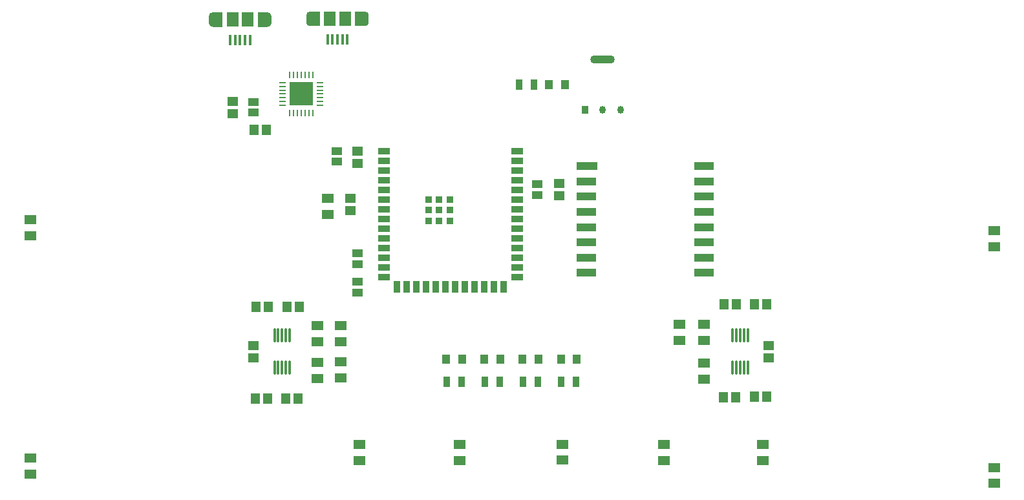
<source format=gtp>
G04*
G04 #@! TF.GenerationSoftware,Altium Limited,Altium Designer,25.2.1 (25)*
G04*
G04 Layer_Color=8421504*
%FSLAX44Y44*%
%MOMM*%
G71*
G04*
G04 #@! TF.SameCoordinates,47AF1686-E751-4D8C-A91A-F2C49F431613*
G04*
G04*
G04 #@! TF.FilePolarity,Positive*
G04*
G01*
G75*
%ADD15C,0.5000*%
%ADD16R,1.5000X1.9000*%
%ADD17R,0.4000X1.3500*%
%ADD18R,0.9000X0.9000*%
%ADD19R,1.5000X0.9000*%
%ADD20R,0.9000X1.5000*%
%ADD21R,1.4562X1.3046*%
%ADD22R,1.3562X1.1046*%
%ADD23R,1.3046X1.4562*%
%ADD24R,1.1000X1.3000*%
%ADD25R,1.5082X1.2065*%
%ADD26R,0.9500X1.4500*%
%ADD27O,0.9500X0.2000*%
%ADD28R,3.1300X3.1300*%
%ADD29O,0.2000X0.9500*%
%ADD30O,0.3000X2.0000*%
%ADD31R,2.8000X1.1000*%
%ADD32R,2.6000X1.1000*%
G04:AMPARAMS|DCode=33|XSize=1.0043mm|YSize=3.1821mm|CornerRadius=0.4369mm|HoleSize=0mm|Usage=FLASHONLY|Rotation=90.000|XOffset=0mm|YOffset=0mm|HoleType=Round|Shape=RoundedRectangle|*
%AMROUNDEDRECTD33*
21,1,1.0043,2.3084,0,0,90.0*
21,1,0.1306,3.1821,0,0,90.0*
1,1,0.8737,1.1542,0.0653*
1,1,0.8737,1.1542,-0.0653*
1,1,0.8737,-1.1542,-0.0653*
1,1,0.8737,-1.1542,0.0653*
%
%ADD33ROUNDEDRECTD33*%
G04:AMPARAMS|DCode=34|XSize=1.0043mm|YSize=0.8721mm|CornerRadius=0.4361mm|HoleSize=0mm|Usage=FLASHONLY|Rotation=90.000|XOffset=0mm|YOffset=0mm|HoleType=Round|Shape=RoundedRectangle|*
%AMROUNDEDRECTD34*
21,1,1.0043,0.0000,0,0,90.0*
21,1,0.1322,0.8721,0,0,90.0*
1,1,0.8721,0.0000,0.0661*
1,1,0.8721,0.0000,-0.0661*
1,1,0.8721,0.0000,-0.0661*
1,1,0.8721,0.0000,0.0661*
%
%ADD34ROUNDEDRECTD34*%
%ADD35R,0.8721X1.0043*%
G36*
X279000Y730500D02*
X274000D01*
X274000Y739500D01*
X279000D01*
Y730500D01*
D02*
G37*
G36*
X292000Y725500D02*
X279000D01*
Y744500D01*
X292000D01*
Y725500D01*
D02*
G37*
G36*
X351000D02*
X338000D01*
Y744500D01*
X351000D01*
Y725500D01*
D02*
G37*
G36*
X356000Y730500D02*
X351000D01*
Y739500D01*
X356000D01*
X356000Y730500D01*
D02*
G37*
G36*
X406500Y731500D02*
X401500D01*
X401500Y740500D01*
X406500D01*
Y731500D01*
D02*
G37*
G36*
X419500Y726500D02*
X406500D01*
Y745500D01*
X419500D01*
Y726500D01*
D02*
G37*
G36*
X478500D02*
X465500D01*
Y745500D01*
X478500D01*
Y726500D01*
D02*
G37*
G36*
X483500Y731500D02*
X478500D01*
Y740500D01*
X483500D01*
X483500Y731500D01*
D02*
G37*
D15*
X281500Y730500D02*
G03*
X281500Y730500I-2500J0D01*
G01*
Y739500D02*
G03*
X281500Y739500I-2500J0D01*
G01*
X353500Y730500D02*
G03*
X353500Y730500I-2500J0D01*
G01*
Y739500D02*
G03*
X353500Y739500I-2500J0D01*
G01*
X481000Y740500D02*
G03*
X481000Y740500I-2500J0D01*
G01*
Y731500D02*
G03*
X481000Y731500I-2500J0D01*
G01*
X409000Y740500D02*
G03*
X409000Y740500I-2500J0D01*
G01*
Y731500D02*
G03*
X409000Y731500I-2500J0D01*
G01*
D16*
X305000Y735000D02*
D03*
X325000D02*
D03*
X452500Y736000D02*
D03*
X432500D02*
D03*
D17*
X302000Y708000D02*
D03*
X308500D02*
D03*
X315000D02*
D03*
X321500D02*
D03*
X328000D02*
D03*
X455500Y709000D02*
D03*
X449000D02*
D03*
X442500D02*
D03*
X436000D02*
D03*
X429500D02*
D03*
D18*
X575550Y485400D02*
D03*
X561550D02*
D03*
X589550D02*
D03*
X561550Y471400D02*
D03*
X575550D02*
D03*
X589550D02*
D03*
X561550Y499400D02*
D03*
X575550D02*
D03*
X589550D02*
D03*
D19*
X503050Y562600D02*
D03*
Y549900D02*
D03*
Y537200D02*
D03*
Y524500D02*
D03*
Y511800D02*
D03*
Y499100D02*
D03*
Y486400D02*
D03*
Y473700D02*
D03*
Y461000D02*
D03*
Y448300D02*
D03*
Y435600D02*
D03*
Y422900D02*
D03*
Y410200D02*
D03*
Y397500D02*
D03*
X678050D02*
D03*
Y410200D02*
D03*
Y422900D02*
D03*
Y435600D02*
D03*
Y448300D02*
D03*
Y461000D02*
D03*
Y473700D02*
D03*
Y486400D02*
D03*
Y499100D02*
D03*
Y511800D02*
D03*
Y524500D02*
D03*
Y537200D02*
D03*
Y549900D02*
D03*
Y562600D02*
D03*
D20*
X520700Y385000D02*
D03*
X533400D02*
D03*
X546100D02*
D03*
X558800D02*
D03*
X571500D02*
D03*
X584200D02*
D03*
X596900D02*
D03*
X609600D02*
D03*
X622300D02*
D03*
X635000D02*
D03*
X647700D02*
D03*
X660400D02*
D03*
D21*
X468729Y546059D02*
D03*
Y562175D02*
D03*
X459179Y500489D02*
D03*
Y484374D02*
D03*
X332500Y291942D02*
D03*
Y308058D02*
D03*
X1007500Y308058D02*
D03*
Y291942D02*
D03*
X732724Y504254D02*
D03*
Y520370D02*
D03*
X305000Y628058D02*
D03*
Y611942D02*
D03*
D22*
X441658Y548571D02*
D03*
Y562687D02*
D03*
X468760Y377246D02*
D03*
Y391362D02*
D03*
Y428753D02*
D03*
Y414637D02*
D03*
X332500Y612942D02*
D03*
Y627058D02*
D03*
X704305Y504871D02*
D03*
Y518987D02*
D03*
D23*
X376107Y358862D02*
D03*
X392223D02*
D03*
X349052Y590598D02*
D03*
X332937D02*
D03*
X351690Y358862D02*
D03*
X335575D02*
D03*
X351179Y238625D02*
D03*
X335063D02*
D03*
X374505D02*
D03*
X390621D02*
D03*
X964254Y239961D02*
D03*
X948138D02*
D03*
X988821Y240441D02*
D03*
X1004937D02*
D03*
X988821Y362281D02*
D03*
X1004937D02*
D03*
X964937D02*
D03*
X948821D02*
D03*
D24*
X584500Y290000D02*
D03*
X605500D02*
D03*
X685000D02*
D03*
X706000D02*
D03*
X756000D02*
D03*
X735000D02*
D03*
X656000D02*
D03*
X635000D02*
D03*
X740500Y650000D02*
D03*
X719500D02*
D03*
D25*
X430000Y500509D02*
D03*
Y479491D02*
D03*
X446588Y265240D02*
D03*
Y286257D02*
D03*
X416588Y264731D02*
D03*
Y285748D02*
D03*
X446588Y312740D02*
D03*
Y333757D02*
D03*
X416588D02*
D03*
Y312740D02*
D03*
X1302500Y126991D02*
D03*
Y148009D02*
D03*
X1302500Y458009D02*
D03*
Y436991D02*
D03*
X40000Y160509D02*
D03*
Y139491D02*
D03*
Y473009D02*
D03*
Y451991D02*
D03*
X890000Y335509D02*
D03*
Y314491D02*
D03*
X922500Y335509D02*
D03*
Y314491D02*
D03*
Y263983D02*
D03*
Y285000D02*
D03*
X470919Y178009D02*
D03*
Y156992D02*
D03*
X602500Y178009D02*
D03*
Y156991D02*
D03*
X737500Y157500D02*
D03*
Y178517D02*
D03*
X870000Y178009D02*
D03*
Y156991D02*
D03*
X1000000Y178009D02*
D03*
Y156992D02*
D03*
D26*
X699750Y650000D02*
D03*
X680250D02*
D03*
X604750Y260000D02*
D03*
X585250D02*
D03*
X635250D02*
D03*
X654750D02*
D03*
X685250D02*
D03*
X704750D02*
D03*
X735250D02*
D03*
X754750D02*
D03*
D27*
X370250Y622500D02*
D03*
X419750Y652500D02*
D03*
Y647500D02*
D03*
Y642500D02*
D03*
Y637500D02*
D03*
Y632500D02*
D03*
Y627500D02*
D03*
Y622500D02*
D03*
X370250Y627500D02*
D03*
Y632500D02*
D03*
Y637500D02*
D03*
Y642500D02*
D03*
Y647500D02*
D03*
Y652500D02*
D03*
D28*
X395000Y637500D02*
D03*
D29*
X380000Y662250D02*
D03*
X385000D02*
D03*
X390000D02*
D03*
X395000D02*
D03*
X400000D02*
D03*
X405000D02*
D03*
X410000D02*
D03*
Y612750D02*
D03*
X405000D02*
D03*
X400000D02*
D03*
X395000D02*
D03*
X390000D02*
D03*
X385000D02*
D03*
X380000D02*
D03*
D30*
X960000Y279000D02*
D03*
X965000D02*
D03*
X970000D02*
D03*
X975000D02*
D03*
X980000D02*
D03*
X960000Y321000D02*
D03*
X965000D02*
D03*
X970000D02*
D03*
X975000D02*
D03*
X980000D02*
D03*
X360000Y279000D02*
D03*
X365000D02*
D03*
X370000D02*
D03*
X375000D02*
D03*
X380000D02*
D03*
X360000Y321000D02*
D03*
X365000D02*
D03*
X370000D02*
D03*
X375000D02*
D03*
X380000D02*
D03*
D31*
X769305Y542956D02*
D03*
D32*
X768305Y522956D02*
D03*
Y502956D02*
D03*
Y482956D02*
D03*
Y462956D02*
D03*
Y442956D02*
D03*
Y422956D02*
D03*
Y402956D02*
D03*
X922305D02*
D03*
Y422956D02*
D03*
Y442956D02*
D03*
Y462956D02*
D03*
Y482956D02*
D03*
Y502956D02*
D03*
Y522956D02*
D03*
Y542956D02*
D03*
D33*
X790000Y682950D02*
D03*
D34*
X812900Y617050D02*
D03*
X790000D02*
D03*
D35*
X767100D02*
D03*
M02*

</source>
